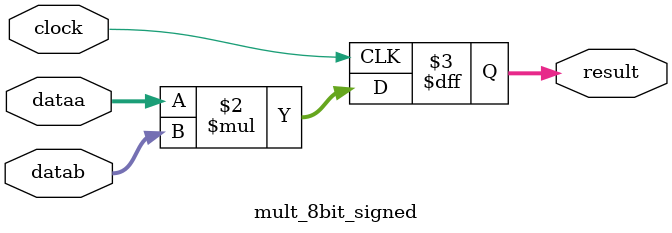
<source format=v>
module mult_8bit_signed (
  input clock,
  input signed [7:0] dataa,
  input signed [7:0] datab,
  output reg signed [15:0] result
);

   always@(posedge clock) begin
	      result <= dataa * datab;
   end // always
endmodule

</source>
